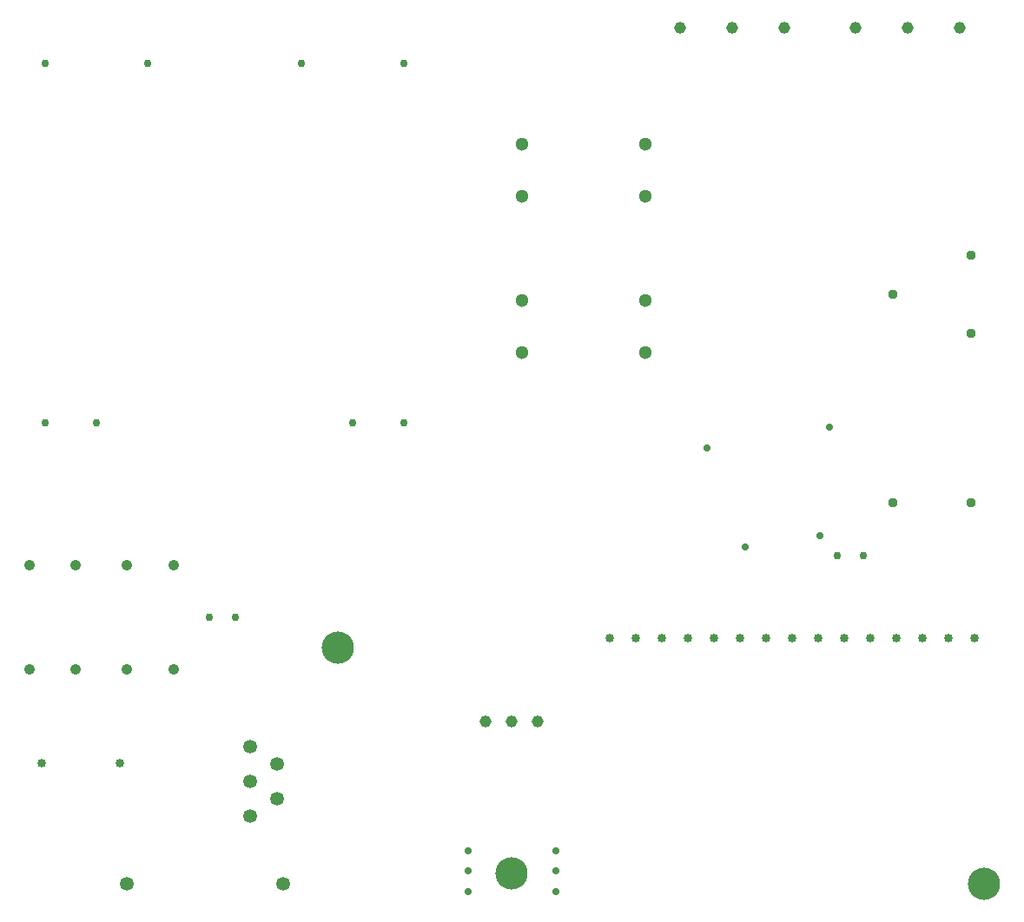
<source format=gbr>
%TF.GenerationSoftware,Altium Limited,Altium Designer,24.0.1 (36)*%
G04 Layer_Color=0*
%FSLAX45Y45*%
%MOMM*%
%TF.SameCoordinates,1548FFD4-C5F0-4C99-8D9D-CADF44B10A7D*%
%TF.FilePolarity,Positive*%
%TF.FileFunction,Plated,1,2,PTH,Drill*%
%TF.Part,Single*%
G01*
G75*
%TA.AperFunction,ComponentDrill*%
%ADD90C,3.15000*%
%ADD92C,0.75001*%
%ADD93C,1.35000*%
%ADD94C,0.85000*%
%ADD95C,0.85000*%
%ADD96C,1.15000*%
%ADD97C,1.30000*%
%ADD98C,0.76200*%
%ADD99C,0.95000*%
%ADD100C,1.05000*%
%ADD101C,0.85001*%
%TA.AperFunction,ViaDrill,NotFilled*%
%ADD102C,0.71120*%
D90*
X9650000Y350000D02*
D03*
X3350000Y2650000D02*
D03*
X5050000Y450000D02*
D03*
D92*
X2098000Y2950000D02*
D03*
X2352000D02*
D03*
X8223000Y3550000D02*
D03*
X8477000D02*
D03*
D93*
X2500000Y1010000D02*
D03*
X2760000Y1180000D02*
D03*
X2500000Y1350000D02*
D03*
X2760000Y1520000D02*
D03*
X2500000Y1690000D02*
D03*
X1297714Y350000D02*
D03*
X2821714D02*
D03*
D94*
X9556000Y2750000D02*
D03*
X9302000D02*
D03*
X8032000D02*
D03*
X8286000D02*
D03*
X8540000D02*
D03*
X8794000D02*
D03*
X9048000D02*
D03*
D95*
X7778000D02*
D03*
X7524000D02*
D03*
X7270000D02*
D03*
X7016000D02*
D03*
X6000000D02*
D03*
X6254000D02*
D03*
X6508000D02*
D03*
X6762000D02*
D03*
D96*
X8400000Y8700000D02*
D03*
X8908000D02*
D03*
X9416000D02*
D03*
X6692000D02*
D03*
X7200000D02*
D03*
X7708000D02*
D03*
X5304000Y1931666D02*
D03*
X5050000Y1931700D02*
D03*
X4796000D02*
D03*
D97*
X6350800Y5534300D02*
D03*
Y6042300D02*
D03*
Y7058300D02*
D03*
Y7566300D02*
D03*
X5150800Y5534300D02*
D03*
Y6042300D02*
D03*
Y7058300D02*
D03*
Y7566300D02*
D03*
D98*
X500000Y8350000D02*
D03*
X4000000D02*
D03*
X1500000D02*
D03*
X3000000D02*
D03*
X500000Y4850000D02*
D03*
X4000000D02*
D03*
X3500000D02*
D03*
X1000000D02*
D03*
D99*
X9525000Y6477000D02*
D03*
Y5715000D02*
D03*
X8763000Y6096000D02*
D03*
X9525000Y4064000D02*
D03*
X8763000D02*
D03*
D100*
X1300000Y2442000D02*
D03*
Y3458000D02*
D03*
X800000Y2442000D02*
D03*
Y3458000D02*
D03*
X350000Y2442000D02*
D03*
Y3458000D02*
D03*
X1750000D02*
D03*
Y2442000D02*
D03*
D101*
X1231000Y1529215D02*
D03*
X469000D02*
D03*
D102*
X4625000Y275000D02*
D03*
Y475000D02*
D03*
Y675000D02*
D03*
X5475000D02*
D03*
Y475000D02*
D03*
Y275000D02*
D03*
X7321400Y3638900D02*
D03*
X8050000Y3750000D02*
D03*
X6950000Y4600000D02*
D03*
X8145550Y4805000D02*
D03*
%TF.MD5,aaa8128de37a3250d70ee8901544a47c*%
M02*

</source>
